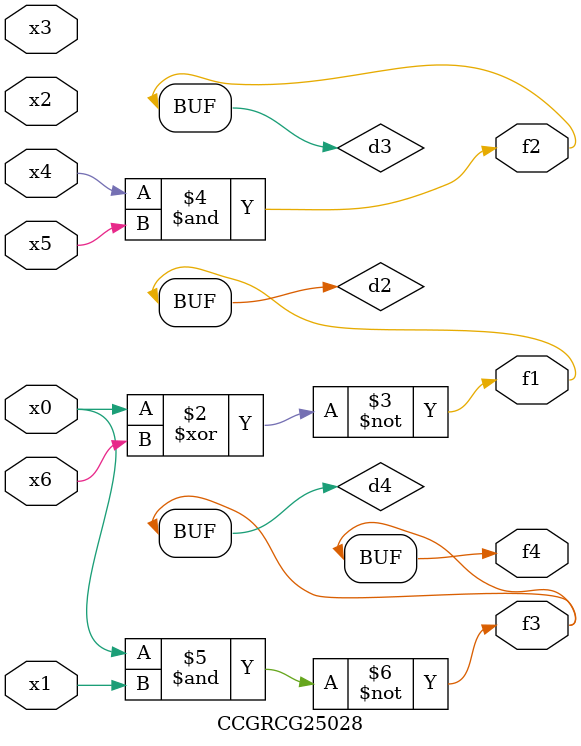
<source format=v>
module CCGRCG25028(
	input x0, x1, x2, x3, x4, x5, x6,
	output f1, f2, f3, f4
);

	wire d1, d2, d3, d4;

	nor (d1, x0);
	xnor (d2, x0, x6);
	and (d3, x4, x5);
	nand (d4, x0, x1);
	assign f1 = d2;
	assign f2 = d3;
	assign f3 = d4;
	assign f4 = d4;
endmodule

</source>
